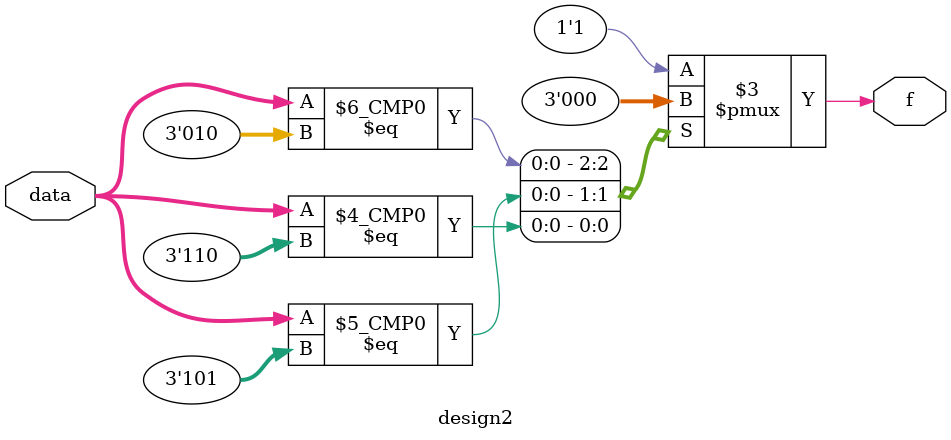
<source format=sv>
module design2 (
  //input
  input logic [2:0] data,
  //output
  output logic [0:0] f
);

always_comb begin : proc_idk
  case (data)
    3'b010: f = '0;
    3'b101: f = '0;
    3'b110: f = '0;
    default: f = '1;
  endcase
end

endmodule : design2

</source>
